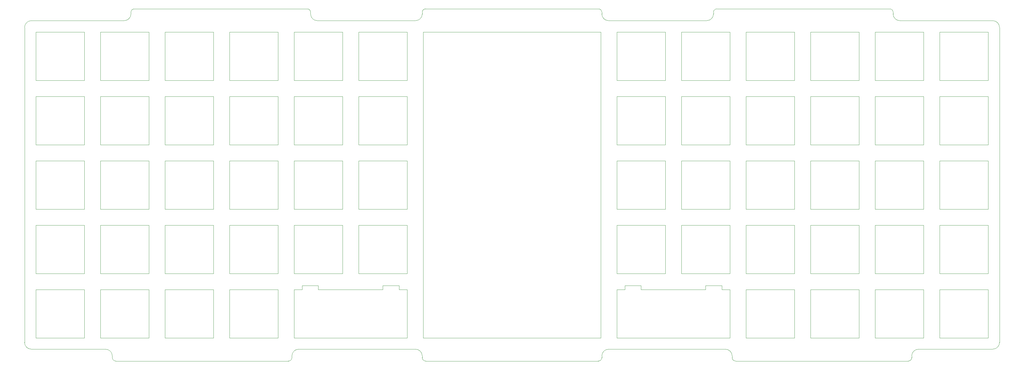
<source format=gm1>
%TF.GenerationSoftware,KiCad,Pcbnew,(6.0.0-0)*%
%TF.CreationDate,2022-01-30T11:35:39+01:00*%
%TF.ProjectId,polaris,706f6c61-7269-4732-9e6b-696361645f70,rev?*%
%TF.SameCoordinates,Original*%
%TF.FileFunction,Profile,NP*%
%FSLAX46Y46*%
G04 Gerber Fmt 4.6, Leading zero omitted, Abs format (unit mm)*
G04 Created by KiCad (PCBNEW (6.0.0-0)) date 2022-01-30 11:35:39*
%MOMM*%
%LPD*%
G01*
G04 APERTURE LIST*
%TA.AperFunction,Profile*%
%ADD10C,0.100000*%
%TD*%
G04 APERTURE END LIST*
D10*
X163115625Y-118348125D02*
X165496965Y-118348233D01*
X170259469Y-118348233D02*
X189309485Y-118348233D01*
X196453125Y-42148125D02*
X182165625Y-42148125D01*
X215503125Y-42148125D02*
X201215625Y-42148125D01*
X220265625Y-56435625D02*
X220265625Y-42148125D01*
X239315625Y-56435625D02*
X239315625Y-42148125D01*
X258365625Y-56435625D02*
X258365625Y-42148125D01*
X182165625Y-61198125D02*
X182165625Y-75485625D01*
X258365625Y-75485625D02*
X258365625Y-61198125D01*
X253603125Y-61198125D02*
X253603125Y-75485625D01*
X272653125Y-75485625D02*
X258365625Y-75485625D01*
X272653125Y-61198125D02*
X272653125Y-75485625D01*
X220265625Y-75485625D02*
X220265625Y-61198125D01*
X163115625Y-61198125D02*
X177403125Y-61198125D01*
X177403125Y-75485625D02*
X163115625Y-75485625D01*
X234553125Y-75485625D02*
X220265625Y-75485625D01*
X239315625Y-75485625D02*
X239315625Y-61198125D01*
X220265625Y-61198125D02*
X234553125Y-61198125D01*
X253603125Y-75485625D02*
X239315625Y-75485625D01*
X177403125Y-61198125D02*
X177403125Y-75485625D01*
X196453125Y-61198125D02*
X182165625Y-61198125D01*
X196453125Y-75485625D02*
X196453125Y-61198125D01*
X239315625Y-61198125D02*
X253603125Y-61198125D01*
X215503125Y-61198125D02*
X201215625Y-61198125D01*
X258365625Y-61198125D02*
X272653125Y-61198125D01*
X234553125Y-61198125D02*
X234553125Y-75485625D01*
X163115625Y-75485625D02*
X163115625Y-61198125D01*
X201215625Y-75485625D02*
X215503125Y-75485625D01*
X201215625Y-61198125D02*
X201215625Y-75485625D01*
X215503125Y-75485625D02*
X215503125Y-61198125D01*
X182165625Y-75485625D02*
X196453125Y-75485625D01*
X177403125Y-80248125D02*
X177403125Y-94535625D01*
X196453125Y-80248125D02*
X182165625Y-80248125D01*
X220265625Y-80248125D02*
X234553125Y-80248125D01*
X253603125Y-94535625D02*
X239315625Y-94535625D01*
X234553125Y-94535625D02*
X220265625Y-94535625D01*
X239315625Y-94535625D02*
X239315625Y-80248125D01*
X234553125Y-80248125D02*
X234553125Y-94535625D01*
X258365625Y-80248125D02*
X272653125Y-80248125D01*
X182165625Y-94535625D02*
X196453125Y-94535625D01*
X163115625Y-94535625D02*
X163115625Y-80248125D01*
X253603125Y-80248125D02*
X253603125Y-94535625D01*
X258365625Y-94535625D02*
X258365625Y-80248125D01*
X201215625Y-94535625D02*
X215503125Y-94535625D01*
X196453125Y-94535625D02*
X196453125Y-80248125D01*
X272653125Y-94535625D02*
X258365625Y-94535713D01*
X215503125Y-94535625D02*
X215503125Y-80248125D01*
X201215625Y-80248125D02*
X201215625Y-94535625D01*
X215503125Y-80248125D02*
X201215625Y-80248125D01*
X182165625Y-80248125D02*
X182165625Y-94535625D01*
X239315625Y-80248125D02*
X253603125Y-80248125D01*
X272653125Y-80248125D02*
X272653125Y-94535625D01*
X163115625Y-80248125D02*
X177403125Y-80248125D01*
X220265625Y-94535625D02*
X220265625Y-80248125D01*
X177403125Y-94535625D02*
X163115625Y-94535625D01*
X258365625Y-113585625D02*
X258365625Y-99298125D01*
X196453125Y-99298125D02*
X182165625Y-99298125D01*
X253603125Y-113585625D02*
X239315625Y-113585625D01*
X239315625Y-99298125D02*
X253603125Y-99298125D01*
X220265625Y-99298125D02*
X234553125Y-99298125D01*
X182165625Y-99298125D02*
X182165625Y-113585625D01*
X201215625Y-99298125D02*
X201215625Y-113585625D01*
X234553125Y-99298125D02*
X234553125Y-113585625D01*
X177403125Y-99298125D02*
X177403125Y-113585625D01*
X234553125Y-113585625D02*
X220265625Y-113585625D01*
X201215625Y-113585625D02*
X215503125Y-113585625D01*
X220265625Y-113585625D02*
X220265625Y-99298125D01*
X239315625Y-113585625D02*
X239315625Y-99298125D01*
X272653125Y-99298125D02*
X272653125Y-113585625D01*
X196453125Y-113585625D02*
X196453125Y-99298125D01*
X272653125Y-113585625D02*
X258365625Y-113585625D01*
X182165625Y-113585625D02*
X196453125Y-113585625D01*
X215503125Y-99298125D02*
X201215625Y-99298125D01*
X215503125Y-113585625D02*
X215503125Y-99298125D01*
X163115625Y-99298125D02*
X177403125Y-99298125D01*
X177403125Y-113585625D02*
X163115625Y-113585625D01*
X253603125Y-99298125D02*
X253603125Y-113585625D01*
X163115625Y-113585625D02*
X163115625Y-99298125D01*
X258365625Y-99298125D02*
X272653125Y-99298125D01*
X201215625Y-132635625D02*
X215503125Y-132635625D01*
X234553125Y-118348125D02*
X234553125Y-132635625D01*
X234553125Y-132635625D02*
X220265625Y-132635625D01*
X215503125Y-118348125D02*
X201215625Y-118348125D01*
X253603125Y-132635625D02*
X239315625Y-132635625D01*
X272653125Y-132635625D02*
X258365625Y-132635625D01*
X220265625Y-132635625D02*
X220265625Y-118348125D01*
X239315625Y-132635625D02*
X239315625Y-118348125D01*
X272653125Y-118348125D02*
X272653125Y-132635625D01*
X196453125Y-132635625D02*
X196453125Y-118348125D01*
X253603125Y-118348125D02*
X253603125Y-132635625D01*
X258365625Y-132635625D02*
X258365625Y-118348125D01*
X163115625Y-132635625D02*
X163115625Y-118348125D01*
X215503125Y-132635625D02*
X215503125Y-118348125D01*
X239315625Y-118348125D02*
X253603125Y-118348125D01*
X220265625Y-118348125D02*
X234553125Y-118348125D01*
X201215625Y-118348125D02*
X201215625Y-132635625D01*
X258365625Y-118348125D02*
X272653125Y-118348125D01*
X196453125Y-132635625D02*
X163115625Y-132635625D01*
X5953125Y-42148125D02*
X-8334375Y-42148125D01*
X-8334375Y-42148125D02*
X-8334375Y-56435625D01*
X44053125Y-61198125D02*
X29765625Y-61198125D01*
X10715625Y-75485625D02*
X25003125Y-75485625D01*
X82153125Y-42148125D02*
X82153125Y-56435625D01*
X82153125Y-56435625D02*
X67865625Y-56435625D01*
X-8334375Y-113585625D02*
X5953125Y-113585625D01*
X5953125Y-99298125D02*
X-8334375Y-99298125D01*
X48815625Y-56435625D02*
X48815625Y-42148125D01*
X48815625Y-42148125D02*
X63103125Y-42148125D01*
X44053125Y-42148125D02*
X29765625Y-42148125D01*
X29765625Y-42148125D02*
X29765625Y-56435625D01*
X29765625Y-56435625D02*
X44053125Y-56435625D01*
X44053125Y-56435625D02*
X44053125Y-42148125D01*
X25003125Y-42148125D02*
X10715625Y-42148125D01*
X10715625Y-42148125D02*
X10715625Y-56435625D01*
X67865625Y-56435625D02*
X67865625Y-42148125D01*
X67865625Y-42148125D02*
X82153125Y-42148125D01*
X-8334375Y-56435625D02*
X5953125Y-56435625D01*
X-8334375Y-75485625D02*
X5953125Y-75485625D01*
X10715625Y-56435625D02*
X25003125Y-56435625D01*
X25003125Y-56435625D02*
X25003125Y-42148125D01*
X5953125Y-56435625D02*
X5953125Y-42148125D01*
X70246761Y-118348233D02*
X67865625Y-118348125D01*
X75009265Y-117157607D02*
X75009265Y-118348233D01*
X98821785Y-117157607D02*
X98821785Y-118348233D01*
X70246761Y-118348233D02*
X70246761Y-117157607D01*
X101203125Y-118348125D02*
X98821785Y-118348233D01*
X94059281Y-118348233D02*
X94059281Y-117157607D01*
X101203125Y-61198125D02*
X86915625Y-61198125D01*
X82153125Y-61198125D02*
X82153125Y-75485625D01*
X86915625Y-75485625D02*
X101203125Y-75485625D01*
X48815625Y-61198125D02*
X63103125Y-61198125D01*
X86915625Y-80248125D02*
X86915625Y-94535625D01*
X29765625Y-61198125D02*
X29765625Y-75485625D01*
X101203125Y-75485625D02*
X101203125Y-61198125D01*
X-8334375Y-61198125D02*
X-8334375Y-75485625D01*
X-8334375Y-94535625D02*
X5953125Y-94535713D01*
X29765625Y-94535625D02*
X44053125Y-94535625D01*
X25003125Y-94535625D02*
X25003125Y-80248125D01*
X101203125Y-42148125D02*
X86915625Y-42148125D01*
X10715625Y-80248125D02*
X10715625Y-94535625D01*
X5953125Y-94535713D02*
X5953125Y-80248125D01*
X5953125Y-75485625D02*
X5953125Y-61198125D01*
X67865625Y-99298125D02*
X82153125Y-99298125D01*
X29765625Y-132635625D02*
X44053125Y-132635625D01*
X10715625Y-113585625D02*
X25003125Y-113585625D01*
X82153125Y-99298125D02*
X82153125Y-113585625D01*
X101203125Y-113585625D02*
X101203125Y-99298125D01*
X63103125Y-99298125D02*
X63103125Y-113585625D01*
X29765625Y-80248125D02*
X29765625Y-94535625D01*
X29765625Y-99298125D02*
X29765625Y-113585625D01*
X82153125Y-94535625D02*
X67865625Y-94535625D01*
X86915625Y-99298125D02*
X86915625Y-113585625D01*
X101203125Y-94535625D02*
X101203125Y-80248125D01*
X29765625Y-113585625D02*
X44053125Y-113585625D01*
X94059281Y-118348233D02*
X75009265Y-118348233D01*
X63103125Y-113585625D02*
X48815625Y-113585625D01*
X10715625Y-118348125D02*
X10715625Y-132635625D01*
X44053125Y-113585625D02*
X44053125Y-99298125D01*
X44053125Y-132635625D02*
X44053125Y-118348125D01*
X25003125Y-113585625D02*
X25003125Y-99298125D01*
X48815625Y-132635625D02*
X48815625Y-118348125D01*
X67865625Y-113585625D02*
X67865625Y-99298125D01*
X63103125Y-132635625D02*
X48815625Y-132635625D01*
X82153125Y-113585625D02*
X67865625Y-113585625D01*
X10715625Y-132635625D02*
X25003125Y-132635625D01*
X48815625Y-99298125D02*
X63103125Y-99298125D01*
X25003125Y-132635625D02*
X25003125Y-118348125D01*
X48815625Y-113585625D02*
X48815625Y-99298125D01*
X48815625Y-94535625D02*
X48815625Y-80248125D01*
X63103125Y-80248125D02*
X63103125Y-94535625D01*
X48815625Y-80248125D02*
X63103125Y-80248125D01*
X25003125Y-99298125D02*
X10715625Y-99298125D01*
X63103125Y-56435625D02*
X48815625Y-56435625D01*
X101203125Y-99298125D02*
X86915625Y-99298125D01*
X44053125Y-99298125D02*
X29765625Y-99298125D01*
X82153125Y-80248125D02*
X82153125Y-94535625D01*
X25003125Y-80248125D02*
X10715625Y-80248125D01*
X63103125Y-42148125D02*
X63103125Y-56435625D01*
X67865625Y-132635625D02*
X67865625Y-118348125D01*
X86915625Y-42148125D02*
X86915625Y-56435625D01*
X86915625Y-56435625D02*
X101203125Y-56435625D01*
X67865625Y-132635625D02*
X101203125Y-132635625D01*
X86915625Y-61198125D02*
X86915625Y-75485625D01*
X67865625Y-61198125D02*
X82153125Y-61198125D01*
X63103125Y-75485625D02*
X48815625Y-75485625D01*
X5953125Y-132635625D02*
X5953125Y-118348125D01*
X63103125Y-118348125D02*
X63103125Y-132635625D01*
X94059281Y-117157607D02*
X98821785Y-117157607D01*
X86915625Y-113585625D02*
X101203125Y-113585625D01*
X10715625Y-99298125D02*
X10715625Y-113585625D01*
X29765625Y-118348125D02*
X29765625Y-132635625D01*
X25003125Y-118348125D02*
X10715625Y-118348125D01*
X44053125Y-118348125D02*
X29765625Y-118348125D01*
X70246761Y-117157607D02*
X75009265Y-117157607D01*
X-8334375Y-118348125D02*
X-8334375Y-132635625D01*
X5953125Y-118348125D02*
X-8334375Y-118348125D01*
X-8334375Y-132635625D02*
X5953125Y-132635625D01*
X5953125Y-61198125D02*
X-8334375Y-61198125D01*
X-8334375Y-80248125D02*
X-8334375Y-94535625D01*
X5953125Y-80248125D02*
X-8334375Y-80248125D01*
X63103125Y-61198125D02*
X63103125Y-75485625D01*
X67865625Y-80248125D02*
X82153125Y-80248125D01*
X44053125Y-80248125D02*
X29765625Y-80248125D01*
X48815625Y-75485625D02*
X48815625Y-61198125D01*
X67865625Y-94535625D02*
X67865625Y-80248125D01*
X101203125Y-80248125D02*
X86915625Y-80248125D01*
X44053125Y-94535625D02*
X44053125Y-80248125D01*
X86915625Y-94535625D02*
X101203125Y-94535625D01*
X63103125Y-94535625D02*
X48815625Y-94535625D01*
X67865625Y-75485625D02*
X67865625Y-61198125D01*
X25003125Y-61198125D02*
X10715625Y-61198125D01*
X10715625Y-61198125D02*
X10715625Y-75485625D01*
X5953125Y-113585625D02*
X5953125Y-99298125D01*
X-8334375Y-99298125D02*
X-8334375Y-113585625D01*
X25003125Y-75485625D02*
X25003125Y-61198125D01*
X82153125Y-75485625D02*
X67865625Y-75485625D01*
X48815625Y-118348125D02*
X63103125Y-118348125D01*
X10715625Y-94535625D02*
X25003125Y-94535625D01*
X44053125Y-75485625D02*
X44053125Y-61198125D01*
X29765625Y-75485625D02*
X44053125Y-75485625D01*
X158353790Y-42148332D02*
X105965625Y-42148125D01*
X189309485Y-117157607D02*
X189309485Y-118348233D01*
X220265625Y-42148125D02*
X234553125Y-42148125D01*
X105684087Y-36792082D02*
X105684087Y-36292082D01*
X-9665913Y-38792082D02*
G75*
G03*
X-11665913Y-40792082I-1J-1999999D01*
G01*
X201215625Y-42148125D02*
X201215625Y-56435625D01*
X197134087Y-138492082D02*
G75*
G03*
X198134087Y-139492082I999999J-1D01*
G01*
X272653125Y-42148125D02*
X272653125Y-56435625D01*
X182165625Y-42148125D02*
X182165625Y-56435625D01*
X272653125Y-56435625D02*
X258365625Y-56435625D01*
X66234087Y-139492082D02*
X15234087Y-139492082D01*
X105684087Y-137992082D02*
G75*
G03*
X103684087Y-135992082I-1999999J1D01*
G01*
X196453125Y-56435625D02*
X196453125Y-42148125D01*
X234553125Y-42148125D02*
X234553125Y-56435625D01*
X195134087Y-135992082D02*
X160684087Y-135992082D01*
X105684087Y-138492082D02*
G75*
G03*
X106684087Y-139492082I999999J-1D01*
G01*
X106684087Y-35292082D02*
G75*
G03*
X105684087Y-36292082I-1J-999999D01*
G01*
X215503125Y-56435625D02*
X215503125Y-42148125D01*
X14234087Y-137992082D02*
G75*
G03*
X12234087Y-135992082I-1999999J1D01*
G01*
X74734087Y-38792082D02*
X103684087Y-38792082D01*
X67234087Y-137992082D02*
X67234087Y-138492082D01*
X106684087Y-35292082D02*
X157684087Y-35292082D01*
X276034087Y-40792082D02*
X276034087Y-133992082D01*
X253603125Y-56435625D02*
X239315625Y-56435625D01*
X157684087Y-139492082D02*
X106684087Y-139492082D01*
X201215625Y-56435625D02*
X215503125Y-56435625D01*
X-11665913Y-133992082D02*
G75*
G03*
X-9665913Y-135992082I1999999J-1D01*
G01*
X14234087Y-138492082D02*
X14234087Y-137992082D01*
X72734087Y-36292082D02*
G75*
G03*
X71734087Y-35292082I-999999J1D01*
G01*
X160684087Y-38792082D02*
X189634087Y-38792082D01*
X20734087Y-35292082D02*
X71734087Y-35292082D01*
X105965625Y-42148125D02*
X105965625Y-132635625D01*
X194071989Y-118348233D02*
X194071989Y-117157607D01*
X158684087Y-36292082D02*
X158684087Y-36792082D01*
X234553125Y-56435625D02*
X220265625Y-56435625D01*
X177403125Y-56435625D02*
X163115625Y-56435625D01*
X189634087Y-38792082D02*
G75*
G03*
X191634087Y-36792082I1J1999999D01*
G01*
X170259469Y-117157607D02*
X165496965Y-117157607D01*
X177403125Y-42148125D02*
X177403125Y-56435625D01*
X160684087Y-135992082D02*
G75*
G03*
X158684087Y-137992082I-1J-1999999D01*
G01*
X258365625Y-42148125D02*
X272653125Y-42148125D01*
X253603125Y-42148125D02*
X253603125Y-56435625D01*
X252134087Y-135992082D02*
G75*
G03*
X250134087Y-137992082I-1J-1999999D01*
G01*
X249134087Y-139492082D02*
G75*
G03*
X250134087Y-138492082I1J999999D01*
G01*
X244634087Y-36292082D02*
G75*
G03*
X243634087Y-35292082I-999999J1D01*
G01*
X101203125Y-132635625D02*
X101203125Y-118348125D01*
X249134087Y-139492082D02*
X198134087Y-139492082D01*
X165496965Y-117157607D02*
X165496965Y-118348233D01*
X-9665913Y-38792082D02*
X17734087Y-38792082D01*
X12234087Y-135992082D02*
X-9665913Y-135992082D01*
X103684087Y-135992082D02*
X69234087Y-135992082D01*
X72734087Y-36792082D02*
G75*
G03*
X74734087Y-38792082I1999999J-1D01*
G01*
X103684087Y-38792082D02*
G75*
G03*
X105684087Y-36792082I1J1999999D01*
G01*
X20734087Y-35292082D02*
G75*
G03*
X19734087Y-36292082I-1J-999999D01*
G01*
X105684087Y-138492082D02*
X105684087Y-137992082D01*
X194071989Y-117157607D02*
X189309485Y-117157607D01*
X105965625Y-132635625D02*
X158353790Y-132635832D01*
X14234087Y-138492082D02*
G75*
G03*
X15234087Y-139492082I999999J-1D01*
G01*
X192634087Y-35292082D02*
X243634087Y-35292082D01*
X276034087Y-40792082D02*
G75*
G03*
X274034087Y-38792082I-1999999J1D01*
G01*
X244634087Y-36292082D02*
X244634087Y-36792082D01*
X72734087Y-36292082D02*
X72734087Y-36792082D01*
X182165625Y-56435625D02*
X196453125Y-56435625D01*
X192634087Y-35292082D02*
G75*
G03*
X191634087Y-36292082I-1J-999999D01*
G01*
X170259469Y-118348233D02*
X170259469Y-117157607D01*
X246634087Y-38792082D02*
X274034087Y-38792082D01*
X250134087Y-137992082D02*
X250134087Y-138492082D01*
X69234087Y-135992082D02*
G75*
G03*
X67234087Y-137992082I-1J-1999999D01*
G01*
X-11665913Y-133992082D02*
X-11665913Y-40792082D01*
X158684087Y-36292082D02*
G75*
G03*
X157684087Y-35292082I-999999J1D01*
G01*
X19734087Y-36792082D02*
X19734087Y-36292082D01*
X158684087Y-137992082D02*
X158684087Y-138492082D01*
X197134087Y-137992082D02*
G75*
G03*
X195134087Y-135992082I-1999999J1D01*
G01*
X191634087Y-36792082D02*
X191634087Y-36292082D01*
X157684087Y-139492082D02*
G75*
G03*
X158684087Y-138492082I1J999999D01*
G01*
X163115625Y-42148125D02*
X177403125Y-42148125D01*
X244634087Y-36792082D02*
G75*
G03*
X246634087Y-38792082I1999999J-1D01*
G01*
X101203125Y-42148125D02*
X101203125Y-56435625D01*
X66234087Y-139492082D02*
G75*
G03*
X67234087Y-138492082I1J999999D01*
G01*
X239315625Y-42148125D02*
X253603125Y-42148125D01*
X194071989Y-118348233D02*
X196453241Y-118348233D01*
X17734087Y-38792082D02*
G75*
G03*
X19734087Y-36792082I1J1999999D01*
G01*
X158353790Y-42148332D02*
X158353790Y-132635832D01*
X274034087Y-135992082D02*
G75*
G03*
X276034087Y-133992082I1J1999999D01*
G01*
X197134087Y-138492082D02*
X197134087Y-137992082D01*
X274034087Y-135992082D02*
X252134087Y-135992082D01*
X163115625Y-42148125D02*
X163115625Y-56435625D01*
X158684087Y-36792082D02*
G75*
G03*
X160684087Y-38792082I1999999J-1D01*
G01*
M02*

</source>
